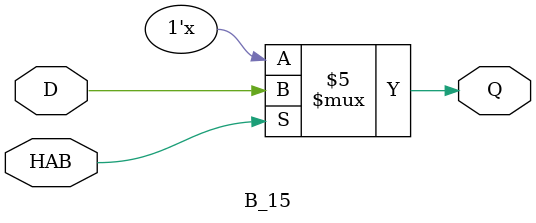
<source format=v>
module B_15(HAB,D,Q);
  
input HAB,D;
output reg Q;

initial begin
  Q = 1'b0;
end
  
  always@(HAB or D)
    if(HAB == 1)
      Q <= D;
    else
      Q = Q;
endmodule


</source>
